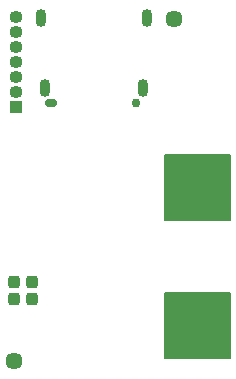
<source format=gbr>
%TF.GenerationSoftware,KiCad,Pcbnew,(6.0.9)*%
%TF.CreationDate,2022-11-19T20:44:54+01:00*%
%TF.ProjectId,k1-aioc,6b312d61-696f-4632-9e6b-696361645f70,rev?*%
%TF.SameCoordinates,Original*%
%TF.FileFunction,Soldermask,Bot*%
%TF.FilePolarity,Negative*%
%FSLAX46Y46*%
G04 Gerber Fmt 4.6, Leading zero omitted, Abs format (unit mm)*
G04 Created by KiCad (PCBNEW (6.0.9)) date 2022-11-19 20:44:54*
%MOMM*%
%LPD*%
G01*
G04 APERTURE LIST*
G04 Aperture macros list*
%AMRoundRect*
0 Rectangle with rounded corners*
0 $1 Rounding radius*
0 $2 $3 $4 $5 $6 $7 $8 $9 X,Y pos of 4 corners*
0 Add a 4 corners polygon primitive as box body*
4,1,4,$2,$3,$4,$5,$6,$7,$8,$9,$2,$3,0*
0 Add four circle primitives for the rounded corners*
1,1,$1+$1,$2,$3*
1,1,$1+$1,$4,$5*
1,1,$1+$1,$6,$7*
1,1,$1+$1,$8,$9*
0 Add four rect primitives between the rounded corners*
20,1,$1+$1,$2,$3,$4,$5,0*
20,1,$1+$1,$4,$5,$6,$7,0*
20,1,$1+$1,$6,$7,$8,$9,0*
20,1,$1+$1,$8,$9,$2,$3,0*%
G04 Aperture macros list end*
%ADD10C,0.150000*%
%ADD11C,0.750000*%
%ADD12O,1.050000X0.750000*%
%ADD13O,0.900000X1.500000*%
%ADD14RoundRect,0.050000X0.500000X0.500000X-0.500000X0.500000X-0.500000X-0.500000X0.500000X-0.500000X0*%
%ADD15O,1.100000X1.100000*%
%ADD16C,1.452000*%
%ADD17RoundRect,0.268750X0.218750X0.256250X-0.218750X0.256250X-0.218750X-0.256250X0.218750X-0.256250X0*%
%ADD18RoundRect,0.268750X-0.218750X-0.256250X0.218750X-0.256250X0.218750X0.256250X-0.218750X0.256250X0*%
G04 APERTURE END LIST*
D10*
X117500000Y-104500000D02*
X123000000Y-104500000D01*
X123000000Y-104500000D02*
X123000000Y-110000000D01*
X123000000Y-110000000D02*
X117500000Y-110000000D01*
X117500000Y-110000000D02*
X117500000Y-104500000D01*
G36*
X117500000Y-104500000D02*
G01*
X123000000Y-104500000D01*
X123000000Y-110000000D01*
X117500000Y-110000000D01*
X117500000Y-104500000D01*
G37*
X117500000Y-92750000D02*
X123000000Y-92750000D01*
X123000000Y-92750000D02*
X123000000Y-98250000D01*
X123000000Y-98250000D02*
X117500000Y-98250000D01*
X117500000Y-98250000D02*
X117500000Y-92750000D01*
G36*
X117500000Y-92750000D02*
G01*
X123000000Y-92750000D01*
X123000000Y-98250000D01*
X117500000Y-98250000D01*
X117500000Y-92750000D01*
G37*
X117500000Y-104500000D02*
X123000000Y-104500000D01*
X123000000Y-104500000D02*
X123000000Y-110000000D01*
X123000000Y-110000000D02*
X117500000Y-110000000D01*
X117500000Y-110000000D02*
X117500000Y-104500000D01*
G36*
X117500000Y-104500000D02*
G01*
X123000000Y-104500000D01*
X123000000Y-110000000D01*
X117500000Y-110000000D01*
X117500000Y-104500000D01*
G37*
X117500000Y-92750000D02*
X123000000Y-92750000D01*
X123000000Y-92750000D02*
X123000000Y-98250000D01*
X123000000Y-98250000D02*
X117500000Y-98250000D01*
X117500000Y-98250000D02*
X117500000Y-92750000D01*
G36*
X117500000Y-92750000D02*
G01*
X123000000Y-92750000D01*
X123000000Y-98250000D01*
X117500000Y-98250000D01*
X117500000Y-92750000D01*
G37*
D11*
%TO.C,J1*%
X115100000Y-88360000D03*
D12*
X107900000Y-88360000D03*
D13*
X107010000Y-81160000D03*
X115990000Y-81160000D03*
X115630000Y-87110000D03*
X107370000Y-87110000D03*
%TD*%
D14*
%TO.C,J2*%
X104925000Y-88750000D03*
D15*
X104925000Y-87480000D03*
X104925000Y-86210000D03*
X104925000Y-84940000D03*
X104925000Y-83670000D03*
X104925000Y-82400000D03*
X104925000Y-81130000D03*
%TD*%
D16*
%TO.C,H2*%
X104750000Y-110250000D03*
%TD*%
%TO.C,H1*%
X118250000Y-81250000D03*
%TD*%
D17*
%TO.C,D4*%
X106287500Y-105000000D03*
X104712500Y-105000000D03*
%TD*%
D18*
%TO.C,D3*%
X104712500Y-103500000D03*
X106287500Y-103500000D03*
%TD*%
M02*

</source>
